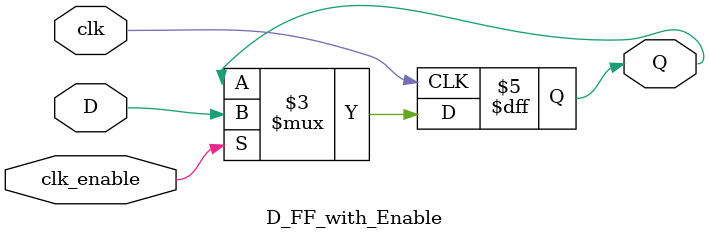
<source format=sv>


module Button_debounce (
    input logic button_in, clk_in,         // Entrada del botón y señal de reloj
    output logic button_stable              // Salida estabilizada del botón
);
    logic enable_slow_clk;                  // Señal para habilitar el reloj lento
    logic FF1, FF2, FF2_inv, FF0;           // Flip-flops utilizados en el proceso de debounce

    // Generador de reloj más lento
    Slow_Clock_Enable slow_clk_gen (.clk_100MHz(clk_in), .enable_slow_clk(enable_slow_clk));

    // Flip-flops con habilitación de reloj para el debounce
    D_FF_with_Enable dff_0 (.clk(clk_in), .clk_enable(enable_slow_clk), .D(button_in), .Q(FF0));
    D_FF_with_Enable dff_1 (.clk(clk_in), .clk_enable(enable_slow_clk), .D(FF0), .Q(FF1));
    D_FF_with_Enable dff_2 (.clk(clk_in), .clk_enable(enable_slow_clk), .D(FF1), .Q(FF2));

    // Inversión de la señal FF2 y generación de la salida debounced
    assign FF2_inv = ~FF2;                  // Invertimos la salida del último flip-flop
    assign button_stable = FF1 & FF2_inv;   // La salida estabilizada se genera combinando FF1 y FF2 invertido
endmodule

// Generador de reloj lento habilitado para la señal del botón
module Slow_Clock_Enable (
    input logic clk_100MHz,                 // Reloj de entrada a 100MHz
    output logic enable_slow_clk            // Salida habilitadora para el reloj lento
);
    logic [26:0] clk_counter = 0;           // Contador para dividir la frecuencia del reloj

    // Contador para dividir la frecuencia del reloj y crear un enable de reloj lento
    always_ff @(posedge clk_100MHz) begin
        if (clk_counter >= 249999)           // Ajustar el límite del contador para obtener un reloj lento
            clk_counter <= 0;                 // Reiniciar el contador
        else
            clk_counter <= clk_counter + 1;   // Incrementar el contador
    end

    // Habilitar el reloj lento cuando el contador alcanza el límite
    assign enable_slow_clk = (clk_counter == 249999) ? 1'b1 : 1'b0;
endmodule

// D Flip-flop con habilitación de reloj para el proceso de debounce
module D_FF_with_Enable (
    input logic clk, clk_enable, D,         // Entradas de reloj, habilitación y dato
    output logic Q = 0                       // Salida del flip-flop inicializada a 0
);
    // Captura el valor D solo cuando el habilitador de reloj está activo
    always_ff @(posedge clk) begin
        if (clk_enable)
            Q <= D;                          // Actualiza la salida Q con el valor de D si clk_enable está activo
    end
endmodule

</source>
